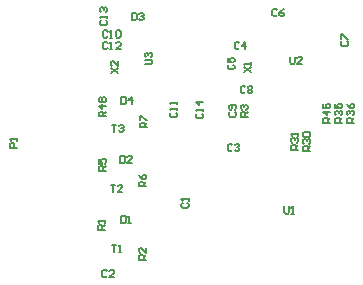
<source format=gbr>
%TF.GenerationSoftware,Altium Limited,Altium Designer,23.9.2 (47)*%
G04 Layer_Color=8388736*
%FSLAX45Y45*%
%MOMM*%
%TF.SameCoordinates,AC4A3DE0-5486-420A-B1FF-1F5B93080124*%
%TF.FilePolarity,Positive*%
%TF.FileFunction,Other,Top_Designator*%
%TF.Part,Single*%
G01*
G75*
%TA.AperFunction,NonConductor*%
%ADD26C,0.15000*%
D26*
X690003Y219952D02*
X680007Y229949D01*
X660013D01*
X650016Y219952D01*
Y179965D01*
X660013Y169968D01*
X680007D01*
X690003Y179965D01*
X749984Y169968D02*
X709997D01*
X749984Y209955D01*
Y219952D01*
X739987Y229949D01*
X719994D01*
X709997Y219952D01*
X1329965Y800000D02*
X1319968Y790003D01*
Y770010D01*
X1329965Y760013D01*
X1369952D01*
X1379949Y770010D01*
Y790003D01*
X1369952Y800000D01*
X1379949Y819994D02*
Y839987D01*
Y829990D01*
X1319968D01*
X1329965Y819994D01*
X810013Y687926D02*
Y627946D01*
X840003D01*
X850000Y637943D01*
Y677930D01*
X840003Y687926D01*
X810013D01*
X869994Y627946D02*
X889987D01*
X879990D01*
Y687926D01*
X869994Y677930D01*
X-75460Y1267513D02*
X-135440D01*
Y1297503D01*
X-125443Y1307500D01*
X-105450D01*
X-95453Y1297503D01*
Y1267513D01*
X-75460Y1327493D02*
Y1347487D01*
Y1337490D01*
X-135440D01*
X-125443Y1327493D01*
X669990Y573302D02*
X610010D01*
Y603292D01*
X620007Y613289D01*
X640000D01*
X649997Y603292D01*
Y573302D01*
Y593296D02*
X669990Y613289D01*
Y633283D02*
Y653276D01*
Y643279D01*
X610010D01*
X620007Y633283D01*
X1019990Y320016D02*
X960010D01*
Y350006D01*
X970007Y360003D01*
X990000D01*
X999997Y350006D01*
Y320016D01*
Y340010D02*
X1019990Y360003D01*
Y419984D02*
Y379997D01*
X980003Y419984D01*
X970007D01*
X960010Y409987D01*
Y389993D01*
X970007Y379997D01*
X730013Y443280D02*
X770000D01*
X750007D01*
Y383299D01*
X789994D02*
X809987D01*
X799990D01*
Y443280D01*
X789994Y433283D01*
X2191263Y769990D02*
Y720006D01*
X2201260Y710010D01*
X2221254D01*
X2231250Y720006D01*
Y769990D01*
X2251244Y710010D02*
X2271238D01*
X2261241D01*
Y769990D01*
X2251244Y759993D01*
X1750003Y1289952D02*
X1740007Y1299949D01*
X1720013D01*
X1710016Y1289952D01*
Y1249965D01*
X1720013Y1239968D01*
X1740007D01*
X1750003Y1249965D01*
X1769997Y1289952D02*
X1779994Y1299949D01*
X1799987D01*
X1809984Y1289952D01*
Y1279955D01*
X1799987Y1269959D01*
X1789991D01*
X1799987D01*
X1809984Y1259962D01*
Y1249965D01*
X1799987Y1239968D01*
X1779994D01*
X1769997Y1249965D01*
X1879990Y1530016D02*
X1820010D01*
Y1560007D01*
X1830007Y1570003D01*
X1850000D01*
X1859997Y1560007D01*
Y1530016D01*
Y1550010D02*
X1879990Y1570003D01*
X1830007Y1589997D02*
X1820010Y1599993D01*
Y1619987D01*
X1830007Y1629984D01*
X1840003D01*
X1850000Y1619987D01*
Y1609990D01*
Y1619987D01*
X1859997Y1629984D01*
X1869993D01*
X1879990Y1619987D01*
Y1599993D01*
X1869993Y1589997D01*
X800016Y1197927D02*
Y1137946D01*
X830007D01*
X840003Y1147943D01*
Y1187930D01*
X830007Y1197927D01*
X800016D01*
X899984Y1137946D02*
X859997D01*
X899984Y1177933D01*
Y1187930D01*
X889987Y1197927D01*
X869994D01*
X859997Y1187930D01*
X900016Y2408196D02*
Y2348215D01*
X930007D01*
X940003Y2358212D01*
Y2398199D01*
X930007Y2408196D01*
X900016D01*
X959997Y2398199D02*
X969993Y2408196D01*
X989987D01*
X999984Y2398199D01*
Y2388202D01*
X989987Y2378206D01*
X979990D01*
X989987D01*
X999984Y2368209D01*
Y2358212D01*
X989987Y2348215D01*
X969993D01*
X959997Y2358212D01*
X679990Y1073305D02*
X620009D01*
Y1103296D01*
X630006Y1113292D01*
X650000D01*
X659996Y1103296D01*
Y1073305D01*
Y1093299D02*
X679990Y1113292D01*
X620009Y1173273D02*
Y1133286D01*
X650000D01*
X640003Y1153280D01*
Y1163276D01*
X650000Y1173273D01*
X669993D01*
X679990Y1163276D01*
Y1143283D01*
X669993Y1133286D01*
X1019990Y940016D02*
X960010D01*
Y970007D01*
X970007Y980003D01*
X990000D01*
X999997Y970007D01*
Y940016D01*
Y960010D02*
X1019990Y980003D01*
X960010Y1039984D02*
X970007Y1019991D01*
X990000Y999997D01*
X1009994D01*
X1019990Y1009994D01*
Y1029987D01*
X1009994Y1039984D01*
X999997D01*
X990000Y1029987D01*
Y999997D01*
X720016Y953280D02*
X760003D01*
X740010D01*
Y893299D01*
X819984D02*
X779997D01*
X819984Y933286D01*
Y943283D01*
X809987Y953280D01*
X789994D01*
X779997Y943283D01*
X1029990Y1440016D02*
X970009D01*
Y1470006D01*
X980006Y1480003D01*
X1000000D01*
X1009996Y1470006D01*
Y1440016D01*
Y1460010D02*
X1029990Y1480003D01*
X970009Y1499996D02*
Y1539983D01*
X980006D01*
X1019993Y1499996D01*
X1029990D01*
X1810005Y2150035D02*
X1800008Y2160032D01*
X1780015D01*
X1770018Y2150035D01*
Y2110048D01*
X1780015Y2100052D01*
X1800008D01*
X1810005Y2110048D01*
X1859989Y2100052D02*
Y2160032D01*
X1829999Y2130042D01*
X1869986D01*
X1720048Y1970003D02*
X1710051Y1960007D01*
Y1940013D01*
X1720048Y1930016D01*
X1760035D01*
X1770032Y1940013D01*
Y1960007D01*
X1760035Y1970003D01*
X1710051Y2029984D02*
Y1989997D01*
X1740041D01*
X1730045Y2009991D01*
Y2019987D01*
X1740041Y2029984D01*
X1760035D01*
X1770032Y2019987D01*
Y1999994D01*
X1760035Y1989997D01*
X2130003Y2429952D02*
X2120007Y2439949D01*
X2100013D01*
X2090016Y2429952D01*
Y2389965D01*
X2100013Y2379968D01*
X2120007D01*
X2130003Y2389965D01*
X2189984Y2439949D02*
X2169991Y2429952D01*
X2149997Y2409959D01*
Y2389965D01*
X2159994Y2379968D01*
X2179987D01*
X2189984Y2389965D01*
Y2399962D01*
X2179987Y2409959D01*
X2149997D01*
X2679965Y2170003D02*
X2669968Y2160006D01*
Y2140013D01*
X2679965Y2130016D01*
X2719952D01*
X2729949Y2140013D01*
Y2160006D01*
X2719952Y2170003D01*
X2669968Y2189997D02*
Y2229984D01*
X2679965D01*
X2719952Y2189997D01*
X2729949D01*
X1860003Y1780035D02*
X1850007Y1790031D01*
X1830013D01*
X1820016Y1780035D01*
Y1740048D01*
X1830013Y1730051D01*
X1850007D01*
X1860003Y1740048D01*
X1879997Y1780035D02*
X1889994Y1790031D01*
X1909987D01*
X1919984Y1780035D01*
Y1770038D01*
X1909987Y1760041D01*
X1919984Y1750045D01*
Y1740048D01*
X1909987Y1730051D01*
X1889994D01*
X1879997Y1740048D01*
Y1750045D01*
X1889994Y1760041D01*
X1879997Y1770038D01*
Y1780035D01*
X1889994Y1760041D02*
X1909987D01*
X1730048Y1570003D02*
X1720051Y1560007D01*
Y1540013D01*
X1730048Y1530016D01*
X1770035D01*
X1780032Y1540013D01*
Y1560007D01*
X1770035Y1570003D01*
Y1589997D02*
X1780032Y1599993D01*
Y1619987D01*
X1770035Y1629984D01*
X1730048D01*
X1720051Y1619987D01*
Y1599993D01*
X1730048Y1589997D01*
X1740045D01*
X1750041Y1599993D01*
Y1629984D01*
X695012Y2250035D02*
X685015Y2260032D01*
X665021D01*
X655025Y2250035D01*
Y2210048D01*
X665021Y2200051D01*
X685015D01*
X695012Y2210048D01*
X715005Y2200051D02*
X734999D01*
X725002D01*
Y2260032D01*
X715005Y2250035D01*
X764989D02*
X774985Y2260032D01*
X794979D01*
X804976Y2250035D01*
Y2210048D01*
X794979Y2200051D01*
X774985D01*
X764989Y2210048D01*
Y2250035D01*
X1230007Y1565008D02*
X1220010Y1555012D01*
Y1535018D01*
X1230007Y1525021D01*
X1269994D01*
X1279990Y1535018D01*
Y1555012D01*
X1269994Y1565008D01*
X1279990Y1585002D02*
Y1604996D01*
Y1594999D01*
X1220010D01*
X1230007Y1585002D01*
X1279990Y1634986D02*
Y1654979D01*
Y1644982D01*
X1220010D01*
X1230007Y1634986D01*
X695012Y2150035D02*
X685015Y2160031D01*
X665021D01*
X655025Y2150035D01*
Y2110048D01*
X665021Y2100051D01*
X685015D01*
X695012Y2110048D01*
X715005Y2100051D02*
X734999D01*
X725002D01*
Y2160031D01*
X715005Y2150035D01*
X804976Y2100051D02*
X764989D01*
X804976Y2140038D01*
Y2150035D01*
X794979Y2160031D01*
X774985D01*
X764989Y2150035D01*
X640048Y2345012D02*
X630051Y2335015D01*
Y2315021D01*
X640048Y2305025D01*
X680035D01*
X690031Y2315021D01*
Y2335015D01*
X680035Y2345012D01*
X690031Y2365005D02*
Y2384999D01*
Y2375002D01*
X630051D01*
X640048Y2365005D01*
Y2414989D02*
X630051Y2424985D01*
Y2444979D01*
X640048Y2454976D01*
X650044D01*
X660041Y2444979D01*
Y2434982D01*
Y2444979D01*
X670038Y2454976D01*
X680035D01*
X690031Y2444979D01*
Y2424985D01*
X680035Y2414989D01*
X1450007Y1555012D02*
X1440010Y1545015D01*
Y1525021D01*
X1450007Y1515025D01*
X1489994D01*
X1499990Y1525021D01*
Y1545015D01*
X1489994Y1555012D01*
X1499990Y1575005D02*
Y1594999D01*
Y1585002D01*
X1440010D01*
X1450007Y1575005D01*
X1499990Y1654979D02*
X1440010D01*
X1470000Y1624989D01*
Y1664976D01*
X810016Y1697927D02*
Y1637946D01*
X840007D01*
X850003Y1647943D01*
Y1687930D01*
X840007Y1697927D01*
X810016D01*
X899987Y1637946D02*
Y1697927D01*
X869997Y1667936D01*
X909984D01*
X2409990Y1240026D02*
X2350010D01*
Y1270016D01*
X2360006Y1280013D01*
X2380000D01*
X2389996Y1270016D01*
Y1240026D01*
Y1260019D02*
X2409990Y1280013D01*
X2360006Y1300006D02*
X2350010Y1310003D01*
Y1329997D01*
X2360006Y1339993D01*
X2370003D01*
X2380000Y1329997D01*
Y1320000D01*
Y1329997D01*
X2389996Y1339993D01*
X2399993D01*
X2409990Y1329997D01*
Y1310003D01*
X2399993Y1300006D01*
X2360006Y1359987D02*
X2350010Y1369984D01*
Y1389977D01*
X2360006Y1399974D01*
X2399993D01*
X2409990Y1389977D01*
Y1369984D01*
X2399993Y1359987D01*
X2360006D01*
X2309990Y1250022D02*
X2250009D01*
Y1280013D01*
X2260006Y1290009D01*
X2280000D01*
X2289996Y1280013D01*
Y1250022D01*
Y1270016D02*
X2309990Y1290009D01*
X2260006Y1310003D02*
X2250009Y1320000D01*
Y1339993D01*
X2260006Y1349990D01*
X2270003D01*
X2280000Y1339993D01*
Y1329997D01*
Y1339993D01*
X2289996Y1349990D01*
X2299993D01*
X2309990Y1339993D01*
Y1320000D01*
X2299993Y1310003D01*
X2309990Y1369984D02*
Y1389977D01*
Y1379980D01*
X2250009D01*
X2260006Y1369984D01*
X2679990Y1480026D02*
X2620009D01*
Y1510016D01*
X2630006Y1520013D01*
X2650000D01*
X2659996Y1510016D01*
Y1480026D01*
Y1500019D02*
X2679990Y1520013D01*
X2630006Y1540006D02*
X2620009Y1550003D01*
Y1569997D01*
X2630006Y1579993D01*
X2640003D01*
X2650000Y1569997D01*
Y1560000D01*
Y1569997D01*
X2659996Y1579993D01*
X2669993D01*
X2679990Y1569997D01*
Y1550003D01*
X2669993Y1540006D01*
X2620009Y1639974D02*
Y1599987D01*
X2650000D01*
X2640003Y1619981D01*
Y1629977D01*
X2650000Y1639974D01*
X2669993D01*
X2679990Y1629977D01*
Y1609984D01*
X2669993Y1599987D01*
X2779990Y1480026D02*
X2720010D01*
Y1510016D01*
X2730006Y1520013D01*
X2750000D01*
X2759997Y1510016D01*
Y1480026D01*
Y1500019D02*
X2779990Y1520013D01*
X2730006Y1540006D02*
X2720010Y1550003D01*
Y1569997D01*
X2730006Y1579993D01*
X2740003D01*
X2750000Y1569997D01*
Y1560000D01*
Y1569997D01*
X2759997Y1579993D01*
X2769993D01*
X2779990Y1569997D01*
Y1550003D01*
X2769993Y1540006D01*
X2720010Y1639974D02*
X2730006Y1619981D01*
X2750000Y1599987D01*
X2769993D01*
X2779990Y1609984D01*
Y1629977D01*
X2769993Y1639974D01*
X2759997D01*
X2750000Y1629977D01*
Y1599987D01*
X2579990Y1480026D02*
X2520009D01*
Y1510016D01*
X2530006Y1520013D01*
X2550000D01*
X2559996Y1510016D01*
Y1480026D01*
Y1500019D02*
X2579990Y1520013D01*
Y1569997D02*
X2520009D01*
X2550000Y1540006D01*
Y1579993D01*
X2520009Y1639974D02*
Y1599987D01*
X2550000D01*
X2540003Y1619981D01*
Y1629977D01*
X2550000Y1639974D01*
X2569993D01*
X2579990Y1629977D01*
Y1609984D01*
X2569993Y1599987D01*
X679990Y1533315D02*
X620009D01*
Y1563305D01*
X630006Y1573302D01*
X650000D01*
X659996Y1563305D01*
Y1533315D01*
Y1553309D02*
X679990Y1573302D01*
Y1623286D02*
X620009D01*
X650000Y1593296D01*
Y1633282D01*
X630006Y1653276D02*
X620009Y1663273D01*
Y1683266D01*
X630006Y1693263D01*
X640003D01*
X650000Y1683266D01*
X659996Y1693263D01*
X669993D01*
X679990Y1683266D01*
Y1663273D01*
X669993Y1653276D01*
X659996D01*
X650000Y1663273D01*
X640003Y1653276D01*
X630006D01*
X650000Y1663273D02*
Y1683266D01*
X730016Y1463280D02*
X770003D01*
X750010D01*
Y1403299D01*
X789997Y1453283D02*
X799994Y1463280D01*
X819987D01*
X829984Y1453283D01*
Y1443286D01*
X819987Y1433289D01*
X809991D01*
X819987D01*
X829984Y1423293D01*
Y1413296D01*
X819987Y1403299D01*
X799994D01*
X789997Y1413296D01*
X1010009Y1972869D02*
X1059993D01*
X1069990Y1982865D01*
Y2002859D01*
X1059993Y2012856D01*
X1010009D01*
X1020006Y2032849D02*
X1010009Y2042846D01*
Y2062840D01*
X1020006Y2072836D01*
X1030003D01*
X1040000Y2062840D01*
Y2052843D01*
Y2062840D01*
X1049996Y2072836D01*
X1059993D01*
X1069990Y2062840D01*
Y2042846D01*
X1059993Y2032849D01*
X1850010Y1910013D02*
X1909990Y1950000D01*
X1850010D02*
X1909990Y1910013D01*
Y1969993D02*
Y1989987D01*
Y1979990D01*
X1850010D01*
X1860007Y1969993D01*
X720009Y1900016D02*
X779990Y1940003D01*
X720009D02*
X779990Y1900016D01*
Y1999984D02*
Y1959997D01*
X740003Y1999984D01*
X730006D01*
X720009Y1989987D01*
Y1969993D01*
X730006Y1959997D01*
X2240017Y2039093D02*
Y1989109D01*
X2250013Y1979112D01*
X2270007D01*
X2280004Y1989109D01*
Y2039093D01*
X2339984Y1979112D02*
X2299997D01*
X2339984Y2019099D01*
Y2029096D01*
X2329987Y2039093D01*
X2309994D01*
X2299997Y2029096D01*
%TF.MD5,3c41eb826dfa714efc8ebb47361d1959*%
M02*

</source>
